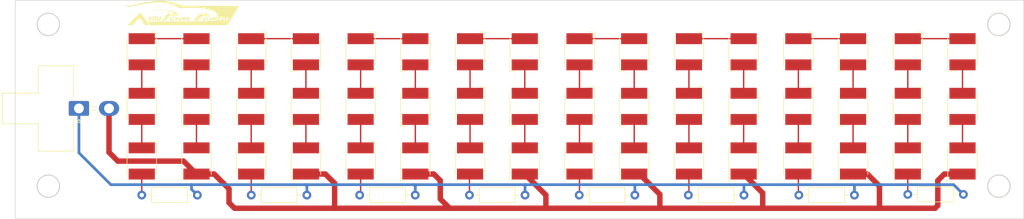
<source format=kicad_pcb>
(kicad_pcb (version 20211014) (generator pcbnew)
  (layers (0 "F.Cu" signal) (31 "B.Cu" signal) (34 "B.Paste" user) (35 "F.Paste" user) (36 "B.SilkS" user "B.Silkscreen") (37 "F.SilkS" user "F.Silkscreen") (38 "B.Mask" user) (39 "F.Mask" user) (44 "Edge.Cuts" user))
  (net 0 "")
  (net 1 "Net-(D1-Pad1)")
  (net 2 "+12V")
  (net 3 "Net-(D2-Pad1)")
  (net 4 "GND")
  (net 5 "Net-(D4-Pad1)")
  (net 6 "Net-(D7-Pad1)")
  (net 7 "Net-(D10-Pad2)")
  (net 8 "Net-(D8-Pad1)")
  (net 9 "Net-(D11-Pad1)")
  (net 10 "Net-(D13-Pad1)")
  (net 11 "Net-(D14-Pad1)")
  (net 12 "Net-(D16-Pad1)")
  (net 13 "Net-(D17-Pad1)")
  (net 14 "Net-(D19-Pad1)")
  (net 15 "Net-(D21-Pad1)")
  (net 16 "Net-(D22-Pad1)")
  (net 17 "Net-(D26-Pad1)")
  (net 18 "Net-(D28-Pad1)")
  (net 19 "Net-(D29-Pad1)")
  (net 20 "Net-(D31-Pad1)")
  (net 21 "Net-(D32-Pad1)")
  (net 22 "Net-(D33-Pad1)")
  (net 23 "Net-(D34-Pad1)")
  (net 24 "Net-(D37-Pad1)")
  (net 25 "Net-(D38-Pad1)")
  (net 26 "Net-(D39-Pad1)")
  (net 27 "Net-(D1-Pad2)")
  (net 28 "Net-(D3-Pad1)")
  (net 29 "Net-(D5-Pad1)")
  (net 30 "Net-(D7-Pad2)")
  (net 31 "Net-(D10-Pad1)")
  (net 32 "Net-(D13-Pad2)")
  (net 33 "Net-(D15-Pad1)")
  (net 34 "Net-(D19-Pad2)")
  (net 35 "Net-(D20-Pad1)")
  (net 36 "Net-(D23-Pad1)")
  (net 37 "Net-(D25-Pad1)")
  (net 38 "Net-(D25-Pad2)")
  (net 39 "Net-(D31-Pad2)")
  (net 40 "Net-(D35-Pad1)")
  (net 41 "Net-(D37-Pad2)")
  (net 42 "Net-(D40-Pad1)")
  (net 43 "Net-(D41-Pad1)")
  (net 44 "Net-(D43-Pad1)")
  (net 45 "Net-(D43-Pad2)")
  (net 46 "Net-(D44-Pad1)")
  (net 47 "Net-(D45-Pad1)")
  (net 48 "Net-(D46-Pad1)")
  (net 49 "Net-(D47-Pad1)")
  (net 50 "Net-(D27-Pad1)")
  (footprint "Resistor_THT:R_Axial_DIN0207_L6.3mm_D2.5mm_P10.16mm_Horizontal" (layer "F.Cu") (at 155.956 97.155)
    (fp_text reference "R5" hide)
    (fp_text value "30" hide)
    (pad "1" thru_hole circle (at 0 0) (size 1.6 1.6) (drill 0.8) (layers *.Cu *.Mask) (net 38 "Net-(D25-Pad2)"))
    (pad "2" thru_hole oval (at 10.16 0) (size 1.6 1.6) (drill 0.8) (layers *.Cu *.Mask) (net 2 "+12V"))
  )
  (footprint "LED_SMD:LED_RGB_5050-6_copy" (layer "F.Cu") (at 146 70.9 90)
    (fp_text reference "D22" hide)
    (fp_text value "LED" hide)
    (pad "1" smd rect (at -2.4 0 180) (size 4.79 2) (layers "F.Cu" "F.Paste" "F.Mask") (net 16 "Net-(D22-Pad1)"))
    (pad "2" smd rect (at 2.4 0 180) (size 4.79 2) (layers "F.Cu" "F.Paste" "F.Mask") (net 15 "Net-(D21-Pad1)"))
  )
  (footprint "LED_SMD:LED_RGB_5050-6_copy" (layer "F.Cu") (at 196 80.9 -90)
    (fp_text reference "D38" hide)
    (fp_text value "LED" hide)
    (pad "1" smd rect (at -2.4 0) (size 4.79 2) (layers "F.Cu" "F.Paste" "F.Mask") (net 25 "Net-(D38-Pad1)"))
    (pad "2" smd rect (at 2.4 0) (size 4.79 2) (layers "F.Cu" "F.Paste" "F.Mask") (net 24 "Net-(D37-Pad1)"))
  )
  (footprint "LED_SMD:LED_RGB_5050-6_copy" (layer "F.Cu") (at 176 90.9 -90)
    (fp_text reference "D31" hide)
    (fp_text value "LED" hide)
    (pad "1" smd rect (at -2.4 0) (size 4.79 2) (layers "F.Cu" "F.Paste" "F.Mask") (net 20 "Net-(D31-Pad1)"))
    (pad "2" smd rect (at 2.4 0) (size 4.79 2) (layers "F.Cu" "F.Paste" "F.Mask") (net 39 "Net-(D31-Pad2)"))
  )
  (footprint "LED_SMD:LED_RGB_5050-6_copy" (layer "F.Cu") (at 116 70.9 -90)
    (fp_text reference "D15" hide)
    (fp_text value "LED" hide)
    (pad "1" smd rect (at -2.4 0) (size 4.79 2) (layers "F.Cu" "F.Paste" "F.Mask") (net 33 "Net-(D15-Pad1)"))
    (pad "2" smd rect (at 2.4 0) (size 4.79 2) (layers "F.Cu" "F.Paste" "F.Mask") (net 11 "Net-(D14-Pad1)"))
  )
  (footprint "LED_SMD:LED_RGB_5050-6_copy" (layer "F.Cu") (at 76 90.9 -90)
    (fp_text reference "D1" hide)
    (fp_text value "LED" hide)
    (pad "1" smd rect (at -2.4 0) (size 4.79 2) (layers "F.Cu" "F.Paste" "F.Mask") (net 1 "Net-(D1-Pad1)"))
    (pad "2" smd rect (at 2.4 0) (size 4.79 2) (layers "F.Cu" "F.Paste" "F.Mask") (net 27 "Net-(D1-Pad2)"))
  )
  (footprint "LED_SMD:LED_RGB_5050-6_copy" (layer "F.Cu") (at 216 90.9 -90)
    (fp_text reference "D43" hide)
    (fp_text value "LED" hide)
    (pad "1" smd rect (at -2.4 0) (size 4.79 2) (layers "F.Cu" "F.Paste" "F.Mask") (net 44 "Net-(D43-Pad1)"))
    (pad "2" smd rect (at 2.4 0) (size 4.79 2) (layers "F.Cu" "F.Paste" "F.Mask") (net 45 "Net-(D43-Pad2)"))
  )
  (footprint "LED_SMD:LED_RGB_5050-6_copy" (layer "F.Cu") (at 166 90.9 90)
    (fp_text reference "D30" hide)
    (fp_text value "LED" hide)
    (pad "1" smd rect (at -2.4 0 180) (size 4.79 2) (layers "F.Cu" "F.Paste" "F.Mask") (net 4 "GND"))
    (pad "2" smd rect (at 2.4 0 180) (size 4.79 2) (layers "F.Cu" "F.Paste" "F.Mask") (net 19 "Net-(D29-Pad1)"))
  )
  (footprint "LED_SMD:LED_RGB_5050-6_copy" (layer "F.Cu") (at 176 80.9 -90)
    (fp_text reference "D32" hide)
    (fp_text value "LED" hide)
    (pad "1" smd rect (at -2.4 0) (size 4.79 2) (layers "F.Cu" "F.Paste" "F.Mask") (net 21 "Net-(D32-Pad1)"))
    (pad "2" smd rect (at 2.4 0) (size 4.79 2) (layers "F.Cu" "F.Paste" "F.Mask") (net 20 "Net-(D31-Pad1)"))
  )
  (footprint "LED_SMD:LED_RGB_5050-6_copy" (layer "F.Cu") (at 86 80.9 90)
    (fp_text reference "D5" hide)
    (fp_text value "LED" hide)
    (pad "1" smd rect (at -2.4 0 180) (size 4.79 2) (layers "F.Cu" "F.Paste" "F.Mask") (net 29 "Net-(D5-Pad1)"))
    (pad "2" smd rect (at 2.4 0 180) (size 4.79 2) (layers "F.Cu" "F.Paste" "F.Mask") (net 5 "Net-(D4-Pad1)"))
  )
  (footprint "LED_SMD:LED_RGB_5050-6_copy" (layer "F.Cu") (at 206 90.9 90)
    (fp_text reference "D42" hide)
    (fp_text value "LED" hide)
    (pad "1" smd rect (at -2.4 0 180) (size 4.79 2) (layers "F.Cu" "F.Paste" "F.Mask") (net 4 "GND"))
    (pad "2" smd rect (at 2.4 0 180) (size 4.79 2) (layers "F.Cu" "F.Paste" "F.Mask") (net 43 "Net-(D41-Pad1)"))
  )
  (footprint "Connector_Molex:Molex_Mini-Fit_Jr_5569-02A1_2x01_P4.20mm_Horizontal" (layer "F.Cu") (at 64.516 81.28 90)
    (fp_text reference "J1" hide)
    (fp_text value "Conn_01x02_FeMale" hide)
    (pad "" np_thru_hole circle (at 4.5 -4.2 90) (size 3.2 3.2) (drill 3.2) (layers *.Cu *.Mask))
    (pad "" np_thru_hole circle (at -4.5 -4.2 90) (size 3.2 3.2) (drill 3.2) (layers *.Cu *.Mask))
    (pad "1" thru_hole roundrect (at 0 0 90) (size 2.7 3.7) (drill 1.8) (layers *.Cu *.Mask) (roundrect_rratio 0.09259296296) (net 2 "+12V"))
    (pad "2" thru_hole oval (at 0 5.5 90) (size 2.7 3.7) (drill 1.8) (layers *.Cu *.Mask) (net 4 "GND"))
  )
  (footprint "LED_SMD:LED_RGB_5050-6_copy" (layer "F.Cu") (at 136 70.9 -90)
    (fp_text reference "D21" hide)
    (fp_text value "LED" hide)
    (pad "1" smd rect (at -2.4 0) (size 4.79 2) (layers "F.Cu" "F.Paste" "F.Mask") (net 15 "Net-(D21-Pad1)"))
    (pad "2" smd rect (at 2.4 0) (size 4.79 2) (layers "F.Cu" "F.Paste" "F.Mask") (net 35 "Net-(D20-Pad1)"))
  )
  (footprint "LED_SMD:LED_RGB_5050-6_copy" (layer "F.Cu") (at 126 70.9 90)
    (fp_text reference "D16" hide)
    (fp_text value "LED" hide)
    (pad "1" smd rect (at -2.4 0 180) (size 4.79 2) (layers "F.Cu" "F.Paste" "F.Mask") (net 12 "Net-(D16-Pad1)"))
    (pad "2" smd rect (at 2.4 0 180) (size 4.79 2) (layers "F.Cu" "F.Paste" "F.Mask") (net 33 "Net-(D15-Pad1)"))
  )
  (footprint "Resistor_THT:R_Axial_DIN0207_L6.3mm_D2.5mm_P10.16mm_Horizontal" (layer "F.Cu") (at 196.088 97.155)
    (fp_text reference "R7" hide)
    (fp_text value "30" hide)
    (pad "1" thru_hole circle (at 0 0) (size 1.6 1.6) (drill 0.8) (layers *.Cu *.Mask) (net 41 "Net-(D37-Pad2)"))
    (pad "2" thru_hole oval (at 10.16 0) (size 1.6 1.6) (drill 0.8) (layers *.Cu *.Mask) (net 2 "+12V"))
  )
  (footprint "LED_SMD:LED_RGB_5050-6_copy" (layer "F.Cu") (at 86 70.9 90)
    (fp_text reference "D4" hide)
    (fp_text value "LED" hide)
    (pad "1" smd rect (at -2.4 0 180) (size 4.79 2) (layers "F.Cu" "F.Paste" "F.Mask") (net 5 "Net-(D4-Pad1)"))
    (pad "2" smd rect (at 2.4 0 180) (size 4.79 2) (layers "F.Cu" "F.Paste" "F.Mask") (net 28 "Net-(D3-Pad1)"))
  )
  (footprint "LED_SMD:LED_RGB_5050-6_copy" (layer "F.Cu") (at 156 80.9 -90)
    (fp_text reference "D26" hide)
    (fp_text value "LED" hide)
    (pad "1" smd rect (at -2.4 0) (size 4.79 2) (layers "F.Cu" "F.Paste" "F.Mask") (net 17 "Net-(D26-Pad1)"))
    (pad "2" smd rect (at 2.4 0) (size 4.79 2) (layers "F.Cu" "F.Paste" "F.Mask") (net 37 "Net-(D25-Pad1)"))
  )
  (footprint "LED_SMD:LED_RGB_5050-6_copy" (layer "F.Cu") (at 146 90.9 90)
    (fp_text reference "D24" hide)
    (fp_text value "LED" hide)
    (pad "1" smd rect (at -2.4 0 180) (size 4.79 2) (layers "F.Cu" "F.Paste" "F.Mask") (net 4 "GND"))
    (pad "2" smd rect (at 2.4 0 180) (size 4.79 2) (layers "F.Cu" "F.Paste" "F.Mask") (net 36 "Net-(D23-Pad1)"))
  )
  (footprint "LED_SMD:LED_RGB_5050-6_copy" (layer "F.Cu") (at 76 70.9 -90)
    (fp_text reference "D3" hide)
    (fp_text value "LED" hide)
    (pad "1" smd rect (at -2.4 0) (size 4.79 2) (layers "F.Cu" "F.Paste" "F.Mask") (net 28 "Net-(D3-Pad1)"))
    (pad "2" smd rect (at 2.4 0) (size 4.79 2) (layers "F.Cu" "F.Paste" "F.Mask") (net 3 "Net-(D2-Pad1)"))
  )
  (footprint "LED_SMD:LED_RGB_5050-6_copy" (layer "F.Cu") (at 116 90.9 -90)
    (fp_text reference "D13" hide)
    (fp_text value "LED" hide)
    (pad "1" smd rect (at -2.4 0) (size 4.79 2) (layers "F.Cu" "F.Paste" "F.Mask") (net 10 "Net-(D13-Pad1)"))
    (pad "2" smd rect (at 2.4 0) (size 4.79 2) (layers "F.Cu" "F.Paste" "F.Mask") (net 32 "Net-(D13-Pad2)"))
  )
  (footprint "Resistor_THT:R_Axial_DIN0207_L6.3mm_D2.5mm_P10.16mm_Horizontal" (layer "F.Cu") (at 175.895 97.155)
    (fp_text reference "R6" hide)
    (fp_text value "30" hide)
    (pad "1" thru_hole circle (at 0 0) (size 1.6 1.6) (drill 0.8) (layers *.Cu *.Mask) (net 39 "Net-(D31-Pad2)"))
    (pad "2" thru_hole oval (at 10.16 0) (size 1.6 1.6) (drill 0.8) (layers *.Cu *.Mask) (net 2 "+12V"))
  )
  (footprint "Resistor_THT:R_Axial_DIN0207_L6.3mm_D2.5mm_P10.16mm_Horizontal" (layer "F.Cu") (at 96.012 97.155)
    (fp_text reference "R2" hide)
    (fp_text value "30" hide)
    (pad "1" thru_hole circle (at 0 0) (size 1.6 1.6) (drill 0.8) (layers *.Cu *.Mask) (net 30 "Net-(D7-Pad2)"))
    (pad "2" thru_hole oval (at 10.16 0) (size 1.6 1.6) (drill 0.8) (layers *.Cu *.Mask) (net 2 "+12V"))
  )
  (footprint "LED_SMD:LED_RGB_5050-6_copy" (layer "F.Cu") (at 106 90.9 90)
    (fp_text reference "D12" hide)
    (fp_text value "LED" hide)
    (pad "1" smd rect (at -2.4 0 180) (size 4.79 2) (layers "F.Cu" "F.Paste" "F.Mask") (net 4 "GND"))
    (pad "2" smd rect (at 2.4 0 180) (size 4.79 2) (layers "F.Cu" "F.Paste" "F.Mask") (net 9 "Net-(D11-Pad1)"))
  )
  (footprint "Resistor_THT:R_Axial_DIN0207_L6.3mm_D2.5mm_P10.16mm_Horizontal" (layer "F.Cu") (at 135.89 97.155)
    (fp_text reference "R4" hide)
    (fp_text value "30" hide)
    (pad "1" thru_hole circle (at 0 0) (size 1.6 1.6) (drill 0.8) (layers *.Cu *.Mask) (net 34 "Net-(D19-Pad2)"))
    (pad "2" thru_hole oval (at 10.16 0) (size 1.6 1.6) (drill 0.8) (layers *.Cu *.Mask) (net 2 "+12V"))
  )
  (footprint "LED_SMD:LED_RGB_5050-6_copy" (layer "F.Cu") (at 206 70.9 90)
    (fp_text reference "D40" hide)
    (fp_text value "LED" hide)
    (pad "1" smd rect (at -2.4 0 180) (size 4.79 2) (layers "F.Cu" "F.Paste" "F.Mask") (net 42 "Net-(D40-Pad1)"))
    (pad "2" smd rect (at 2.4 0 180) (size 4.79 2) (layers "F.Cu" "F.Paste" "F.Mask") (net 26 "Net-(D39-Pad1)"))
  )
  (footprint "LED_SMD:LED_RGB_5050-6_copy" (layer "F.Cu") (at 206 80.9 90)
    (fp_text reference "D41" hide)
    (fp_text value "LED" hide)
    (pad "1" smd rect (at -2.4 0 180) (size 4.79 2) (layers "F.Cu" "F.Paste" "F.Mask") (net 43 "Net-(D41-Pad1)"))
    (pad "2" smd rect (at 2.4 0 180) (size 4.79 2) (layers "F.Cu" "F.Paste" "F.Mask") (net 42 "Net-(D40-Pad1)"))
  )
  (footprint "LED_SMD:LED_RGB_5050-6_copy" (layer "F.Cu") (at 216 80.9 -90)
    (fp_text reference "D44" hide)
    (fp_text value "LED" hide)
    (pad "1" smd rect (at -2.4 0) (size 4.79 2) (layers "F.Cu" "F.Paste" "F.Mask") (net 46 "Net-(D44-Pad1)"))
    (pad "2" smd rect (at 2.4 0) (size 4.79 2) (layers "F.Cu" "F.Paste" "F.Mask") (net 44 "Net-(D43-Pad1)"))
  )
  (footprint "LED_SMD:LED_RGB_5050-6_copy" (layer "F.Cu") (at 176 70.9 -90)
    (fp_text reference "D33" hide)
    (fp_text value "LED" hide)
    (pad "1" smd rect (at -2.4 0) (size 4.79 2) (layers "F.Cu" "F.Paste" "F.Mask") (net 22 "Net-(D33-Pad1)"))
    (pad "2" smd rect (at 2.4 0) (size 4.79 2) (layers "F.Cu" "F.Paste" "F.Mask") (net 21 "Net-(D32-Pad1)"))
  )
  (footprint "LED_SMD:LED_RGB_5050-6_copy" (layer "F.Cu") (at 186 90.9 90)
    (fp_text reference "D36" hide)
    (fp_text value "LED" hide)
    (pad "1" smd rect (at -2.4 0 180) (size 4.79 2) (layers "F.Cu" "F.Paste" "F.Mask") (net 4 "GND"))
    (pad "2" smd rect (at 2.4 0 180) (size 4.79 2) (layers "F.Cu" "F.Paste" "F.Mask") (net 40 "Net-(D35-Pad1)"))
  )
  (footprint "LED_SMD:LED_RGB_5050-6_copy" (layer "F.Cu") (at 126 90.9 90)
    (fp_text reference "D18" hide)
    (fp_text value "LED" hide)
    (pad "1" smd rect (at -2.4 0 180) (size 4.79 2) (layers "F.Cu" "F.Paste" "F.Mask") (net 4 "GND"))
    (pad "2" smd rect (at 2.4 0 180) (size 4.79 2) (layers "F.Cu" "F.Paste" "F.Mask") (net 13 "Net-(D17-Pad1)"))
  )
  (footprint "LED_SMD:LED_RGB_5050-6_copy" (layer "F.Cu") (at 126 80.9 90)
    (fp_text reference "D17" hide)
    (fp_text value "LED" hide)
    (pad "1" smd rect (at -2.4 0 180) (size 4.79 2) (layers "F.Cu" "F.Paste" "F.Mask") (net 13 "Net-(D17-Pad1)"))
    (pad "2" smd rect (at 2.4 0 180) (size 4.79 2) (layers "F.Cu" "F.Paste" "F.Mask") (net 12 "Net-(D16-Pad1)"))
  )
  (footprint "LED_SMD:LED_RGB_5050-6_copy" (layer "F.Cu") (at 96 80.9 -90)
    (fp_text reference "D8" hide)
    (fp_text value "LED" hide)
    (pad "1" smd rect (at -2.4 0) (size 4.79 2) (layers "F.Cu" "F.Paste" "F.Mask") (net 8 "Net-(D8-Pad1)"))
    (pad "2" smd rect (at 2.4 0) (size 4.79 2) (layers "F.Cu" "F.Paste" "F.Mask") (net 6 "Net-(D7-Pad1)"))
  )
  (footprint "LED_SMD:LED_RGB_5050-6_copy" (layer "F.Cu") (at 96 70.9 -90)
    (fp_text reference "D9" hide)
    (fp_text value "LED" hide)
    (pad "1" smd rect (at -2.4 0) (size 4.79 2) (layers "F.Cu" "F.Paste" "F.Mask") (net 7 "Net-(D10-Pad2)"))
    (pad "2" smd rect (at 2.4 0) (size 4.79 2) (layers "F.Cu" "F.Paste" "F.Mask") (net 8 "Net-(D8-Pad1)"))
  )
  (footprint "LED_SMD:LED_RGB_5050-6_copy" (layer "F.Cu") (at 166 80.9 90)
    (fp_text reference "D29" hide)
    (fp_text value "LED" hide)
    (pad "1" smd rect (at -2.4 0 180) (size 4.79 2) (layers "F.Cu" "F.Paste" "F.Mask") (net 19 "Net-(D29-Pad1)"))
    (pad "2" smd rect (at 2.4 0 180) (size 4.79 2) (layers "F.Cu" "F.Paste" "F.Mask") (net 18 "Net-(D28-Pad1)"))
  )
  (footprint "Resistor_THT:R_Axial_DIN0207_L6.3mm_D2.5mm_P10.16mm_Horizontal" (layer "F.Cu") (at 76 97.155)
    (fp_text reference "R1" hide)
    (fp_text value "30" hide)
    (pad "1" thru_hole circle (at 0 0) (size 1.6 1.6) (drill 0.8) (layers *.Cu *.Mask) (net 27 "Net-(D1-Pad2)"))
    (pad "2" thru_hole oval (at 10.16 0) (size 1.6 1.6) (drill 0.8) (layers *.Cu *.Mask) (net 2 "+12V"))
  )
  (footprint "Resistor_THT:R_Axial_DIN0207_L6.3mm_D2.5mm_P10.16mm_Horizontal" (layer "F.Cu") (at 115.824 97.155)
    (fp_text reference "R3" hide)
    (fp_text value "30" hide)
    (pad "1" thru_hole circle (at 0 0) (size 1.6 1.6) (drill 0.8) (layers *.Cu *.Mask) (net 32 "Net-(D13-Pad2)"))
    (pad "2" thru_hole oval (at 10.16 0) (size 1.6 1.6) (drill 0.8) (layers *.Cu *.Mask) (net 2 "+12V"))
  )
  (footprint "LED_SMD:LED_RGB_5050-6_copy" (layer "F.Cu") (at 196 70.9 -90)
    (fp_text reference "D39" hide)
    (fp_text value "LED" hide)
    (pad "1" smd rect (at -2.4 0) (size 4.79 2) (layers "F.Cu" "F.Paste" "F.Mask") (net 26 "Net-(D39-Pad1)"))
    (pad "2" smd rect (at 2.4 0) (size 4.79 2) (layers "F.Cu" "F.Paste" "F.Mask") (net 25 "Net-(D38-Pad1)"))
  )
  (footprint "LED_SMD:LED_RGB_5050-6_copy" (layer "F.Cu") (at 116 80.9 -90)
    (fp_text reference "D14" hide)
    (fp_text value "LED" hide)
    (pad "1" smd rect (at -2.4 0) (size 4.79 2) (layers "F.Cu" "F.Paste" "F.Mask") (net 11 "Net-(D14-Pad1)"))
    (pad "2" smd rect (at 2.4 0) (size 4.79 2) (layers "F.Cu" "F.Paste" "F.Mask") (net 10 "Net-(D13-Pad1)"))
  )
  (footprint "LED_SMD:LED_RGB_5050-6_copy" (layer "F.Cu") (at 156 90.9 -90)
    (fp_text reference "D25" hide)
    (fp_text value "LED" hide)
    (pad "1" smd rect (at -2.4 0) (size 4.79 2) (layers "F.Cu" "F.Paste" "F.Mask") (net 37 "Net-(D25-Pad1)"))
    (pad "2" smd rect (at 2.4 0) (size 4.79 2) (layers "F.Cu" "F.Paste" "F.Mask") (net 38 "Net-(D25-Pad2)"))
  )
  (footprint "LED_SMD:LED_RGB_5050-6_copy" (layer "F.Cu") (at 166 70.9 90)
    (fp_text reference "D28" hide)
    (fp_text value "LED" hide)
    (pad "1" smd rect (at -2.4 0 180) (size 4.79 2) (layers "F.Cu" "F.Paste" "F.Mask") (net 18 "Net-(D28-Pad1)"))
    (pad "2" smd rect (at 2.4 0 180) (size 4.79 2) (layers "F.Cu" "F.Paste" "F.Mask") (net 50 "Net-(D27-Pad1)"))
  )
  (footprint "LED_SMD:LED_RGB_5050-6_copy" (layer "F.Cu") (at 146 80.9 90)
    (fp_text reference "D23" hide)
    (fp_text value "LED" hide)
    (pad "1" smd rect (at -2.4 0 180) (size 4.79 2) (layers "F.Cu" "F.Paste" "F.Mask") (net 36 "Net-(D23-Pad1)"))
    (pad "2" smd rect (at 2.4 0 180) (size 4.79 2) (layers "F.Cu" "F.Paste" "F.Mask") (net 16 "Net-(D22-Pad1)"))
  )
  (footprint "Resistor_THT:R_Axial_DIN0207_L6.3mm_D2.5mm_P10.16mm_Horizontal" (layer "F.Cu") (at 216 97.028)
    (fp_text reference "R8" hide)
    (fp_text value "30" hide)
    (pad "1" thru_hole circle (at 0 0) (size 1.6 1.6) (drill 0.8) (layers *.Cu *.Mask) (net 45 "Net-(D43-Pad2)"))
    (pad "2" thru_hole oval (at 10.16 0) (size 1.6 1.6) (drill 0.8) (layers *.Cu *.Mask) (net 2 "+12V"))
  )
  (footprint "LED_SMD:LED_RGB_5050-6_copy" (layer "F.Cu") (at 106 80.9 90)
    (fp_text reference "D11" hide)
    (fp_text value "LED" hide)
    (pad "1" smd rect (at -2.4 0 180) (size 4.79 2) (layers "F.Cu" "F.Paste" "F.Mask") (net 9 "Net-(D11-Pad1)"))
    (pad "2" smd rect (at 2.4 0 180) (size 4.79 2) (layers "F.Cu" "F.Paste" "F.Mask") (net 31 "Net-(D10-Pad1)"))
  )
  (footprint "LED_SMD:LED_RGB_5050-6_copy" (layer "F.Cu") (at 186 80.9 90)
    (fp_text reference "D35" hide)
    (fp_text value "LED" hide)
    (pad "1" smd rect (at -2.4 0 180) (size 4.79 2) (layers "F.Cu" "F.Paste" "F.Mask") (net 40 "Net-(D35-Pad1)"))
    (pad "2" smd rect (at 2.4 0 180) (size 4.79 2) (layers "F.Cu" "F.Paste" "F.Mask") (net 23 "Net-(D34-Pad1)"))
  )
  (footprint "LED_SMD:LED_RGB_5050-6_copy" (layer "F.Cu") (at 156 70.9 -90)
    (fp_text reference "D27" hide)
    (fp_text value "LED" hide)
    (pad "1" smd rect (at -2.4 0) (size 4.79 2) (layers "F.Cu" "F.Paste" "F.Mask") (net 50 "Net-(D27-Pad1)"))
    (pad "2" smd rect (at 2.4 0) (size 4.79 2) (layers "F.Cu" "F.Paste" "F.Mask") (net 17 "Net-(D26-Pad1)"))
  )
  (footprint "LED_SMD:LED_RGB_5050-6_copy" (layer "F.Cu") (at 186 70.9 90)
    (fp_text reference "D34" hide)
    (fp_text value "LED" hide)
    (pad "1" smd rect (at -2.4 0 180) (size 4.79 2) (layers "F.Cu" "F.Paste" "F.Mask") (net 23 "Net-(D34-Pad1)"))
    (pad "2" smd rect (at 2.4 0 180) (size 4.79 2) (layers "F.Cu" "F.Paste" "F.Mask") (net 22 "Net-(D33-Pad1)"))
  )
  (footprint "LED_SMD:LED_RGB_5050-6_copy" (layer "F.Cu") (at 216 70.9 -90)
    (fp_text reference "D45" hide)
    (fp_text value "LED" hide)
    (pad "1" smd rect (at -2.4 0) (size 4.79 2) (layers "F.Cu" "F.Paste" "F.Mask") (net 47 "Net-(D45-Pad1)"))
    (pad "2" smd rect (at 2.4 0) (size 4.79 2) (layers "F.Cu" "F.Paste" "F.Mask") (net 46 "Net-(D44-Pad1)"))
  )
  (footprint "LED_SMD:LED_RGB_5050-6_copy" (layer "F.Cu") (at 96 90.9 -90)
    (fp_text reference "D7" hide)
    (fp_text value "LED" hide)
    (pad "1" smd rect (at -2.4 0) (size 4.79 2) (layers "F.Cu" "F.Paste" "F.Mask") (net 6 "Net-(D7-Pad1)"))
    (pad "2" smd rect (at 2.4 0) (size 4.79 2) (layers "F.Cu" "F.Paste" "F.Mask") (net 30 "Net-(D7-Pad2)"))
  )
  (footprint "LED_SMD:LED_RGB_5050-6_copy" (layer "F.Cu") (at 136 90.9 -90)
    (fp_text reference "D19" hide)
    (fp_text value "LED" hide)
    (pad "1" smd rect (at -2.4 0) (size 4.79 2) (layers "F.Cu" "F.Paste" "F.Mask") (net 14 "Net-(D19-Pad1)"))
    (pad "2" smd rect (at 2.4 0) (size 4.79 2) (layers "F.Cu" "F.Paste" "F.Mask") (net 34 "Net-(D19-Pad2)"))
  )
  (footprint "LED_SMD:LED_RGB_5050-6_copy" (layer "F.Cu") (at 226 70.9 90)
    (fp_text reference "D46" hide)
    (fp_text value "LED" hide)
    (pad "1" smd rect (at -2.4 0 180) (size 4.79 2) (layers "F.Cu" "F.Paste" "F.Mask") (net 48 "Net-(D46-Pad1)"))
    (pad "2" smd rect (at 2.4 0 180) (size 4.79 2) (layers "F.Cu" "F.Paste" "F.Mask") (net 47 "Net-(D45-Pad1)"))
  )
  (footprint "LED_SMD:LED_RGB_5050-6_copy" (layer "F.Cu") (at 226 80.9 90)
    (fp_text reference "D47" hide)
    (fp_text value "LED" hide)
    (pad "1" smd rect (at -2.4 0 180) (size 4.79 2) (layers "F.Cu" "F.Paste" "F.Mask") (net 49 "Net-(D47-Pad1)"))
    (pad "2" smd rect (at 2.4 0 180) (size 4.79 2) (layers "F.Cu" "F.Paste" "F.Mask") (net 48 "Net-(D46-Pad1)"))
  )
  (footprint "LED_SMD:LED_RGB_5050-6_copy" (layer "F.Cu") (at 106 70.9 90)
    (fp_text reference "D10" hide)
    (fp_text value "LED" hide)
    (pad "1" smd rect (at -2.4 0 180) (size 4.79 2) (layers "F.Cu" "F.Paste" "F.Mask") (net 31 "Net-(D10-Pad1)"))
    (pad "2" smd rect (at 2.4 0 180) (size 4.79 2) (layers "F.Cu" "F.Paste" "F.Mask") (net 7 "Net-(D10-Pad2)"))
  )
  (footprint "LED_SMD:LED_RGB_5050-6_copy" (layer "F.Cu") (at 196 90.9 -90)
    (fp_text reference "D37" hide)
    (fp_text value "LED" hide)
    (pad "1" smd rect (at -2.4 0) (size 4.79 2) (layers "F.Cu" "F.Paste" "F.Mask") (net 24 "Net-(D37-Pad1)"))
    (pad "2" smd rect (at 2.4 0) (size 4.79 2) (layers "F.Cu" "F.Paste" "F.Mask") (net 41 "Net-(D37-Pad2)"))
  )
  (footprint "LED_SMD:LED_RGB_5050-6_copy" (layer "F.Cu") (at 136 80.9 -90)
    (fp_text reference "D20" hide)
    (fp_text value "LED" hide)
    (pad "1" smd rect (at -2.4 0) (size 4.79 2) (layers "F.Cu" "F.Paste" "F.Mask") (net 35 "Net-(D20-Pad1)"))
    (pad "2" smd rect (at 2.4 0) (size 4.79 2) (layers "F.Cu" "F.Paste" "F.Mask") (net 14 "Net-(D19-Pad1)"))
  )
  (footprint "LED_SMD:LED_RGB_5050-6_copy" (layer "F.Cu") (at 76 80.9 -90)
    (fp_text reference "D2" hide)
    (fp_text value "LED" hide)
    (pad "1" smd rect (at -2.4 0) (size 4.79 2) (layers "F.Cu" "F.Paste" "F.Mask") (net 3 "Net-(D2-Pad1)"))
    (pad "2" smd rect (at 2.4 0) (size 4.79 2) (layers "F.Cu" "F.Paste" "F.Mask") (net 1 "Net-(D1-Pad1)"))
  )
  (footprint "LED_SMD:LED_RGB_5050-6_copy" (layer "F.Cu") (at 226 90.9 90)
    (fp_text reference "D48" hide)
    (fp_text value "LED" hide)
    (pad "1" smd rect (at -2.4 0 180) (size 4.79 2) (layers "F.Cu" "F.Paste" "F.Mask") (net 4 "GND"))
    (pad "2" smd rect (at 2.4 0 180) (size 4.79 2) (layers "F.Cu" "F.Paste" "F.Mask") (net 49 "Net-(D47-Pad1)"))
  )
  (footprint "clipboard:bf078263-bd62-418a-b936-95124366838e" (layer "F.Cu") (at 74.295 66.04)
    (fp_text reference "A-FA" hide)
    (fp_text value "" (at 0 0) (layer "F.SilkS") (effects (font (size 1.27 1.27))))
  )
  (footprint "LED_SMD:LED_RGB_5050-6_copy" (layer "F.Cu") (at 86 90.9 90)
    (fp_text reference "D6" hide)
    (fp_text value "LED" hide)
    (pad "1" smd rect (at -2.4 0 180) (size 4.79 2) (layers "F.Cu" "F.Paste" "F.Mask") (net 4 "GND"))
    (pad "2" smd rect (at 2.4 0 180) (size 4.79 2) (layers "F.Cu" "F.Paste" "F.Mask") (net 29 "Net-(D5-Pad1)"))
  )
  (gr_rect (start 52.875 61.468) (end 237.193 101.468) (layer "Edge.Cuts") (width 0.1) (fill none))
  (gr_circle (center 58.928 65.895) (end 60.978 65.895) (layer "Edge.Cuts") (width 0.2) (fill none))
  (gr_circle (center 232.646 65.895) (end 234.696 65.895) (layer "Edge.Cuts") (width 0.2) (fill none))
  (gr_circle (center 232.646 95.522) (end 234.696 95.522) (layer "Edge.Cuts") (width 0.2) (fill none))
  (gr_circle (center 58.928 95.522) (end 60.978 95.522) (layer "Edge.Cuts") (width 0.2) (fill none))
  (segment (start 76 88.5) (end 76 88.9) (width 0.25) (layer "F.Cu") (net 1))
  (segment (start 76 88.5) (end 76 83.3) (width 0.25) (layer "F.Cu") (net 1))
  (segment (start 186.182 95.25) (end 205.994 95.25) (width 0.5) (layer "B.Cu") (net 2))
  (segment (start 146.05 95.25) (end 165.862 95.25) (width 0.5) (layer "B.Cu") (net 2))
  (segment (start 166.116 95.504) (end 165.862 95.25) (width 0.25) (layer "B.Cu") (net 2))
  (segment (start 125.984 95.504) (end 125.984 97.155) (width 0.5) (layer "B.Cu") (net 2))
  (segment (start 186.055 97.155) (end 186.055 95.377) (width 0.5) (layer "B.Cu") (net 2))
  (segment (start 105.918 95.25) (end 106.172 95.504) (width 0.5) (layer "B.Cu") (net 2))
  (segment (start 206.248 97.155) (end 206.248 95.504) (width 0.5) (layer "B.Cu") (net 2))
  (segment (start 165.862 95.25) (end 186.182 95.25) (width 0.5) (layer "B.Cu") (net 2))
  (segment (start 85.09 95.25) (end 70.358 95.25) (width 0.5) (layer "B.Cu") (net 2))
  (segment (start 70.358 95.25) (end 64.516 89.408) (width 0.5) (layer "B.Cu") (net 2))
  (segment (start 85.09 96.085) (end 86.16 97.155) (width 0.5) (layer "B.Cu") (net 2))
  (segment (start 125.73 95.25) (end 125.984 95.504) (width 0.5) (layer "B.Cu") (net 2))
  (segment (start 106.172 95.504) (end 106.172 97.155) (width 0.5) (layer "B.Cu") (net 2))
  (segment (start 85.09 95.25) (end 105.918 95.25) (width 0.5) (layer "B.Cu") (net 2))
  (segment (start 205.994 95.25) (end 224.382 95.25) (width 0.5) (layer "B.Cu") (net 2))
  (segment (start 166.116 97.155) (end 166.116 95.504) (width 0.5) (layer "B.Cu") (net 2))
  (segment (start 105.918 95.25) (end 125.73 95.25) (width 0.5) (layer "B.Cu") (net 2))
  (segment (start 206.248 95.504) (end 205.994 95.25) (width 0.25) (layer "B.Cu") (net 2))
  (segment (start 85.09 95.25) (end 85.09 96.085) (width 0.5) (layer "B.Cu") (net 2))
  (segment (start 186.055 95.377) (end 186.182 95.25) (width 0.25) (layer "B.Cu") (net 2))
  (segment (start 224.382 95.25) (end 226.16 97.028) (width 0.5) (layer "B.Cu") (net 2))
  (segment (start 125.73 95.25) (end 146.05 95.25) (width 0.5) (layer "B.Cu") (net 2))
  (segment (start 64.516 89.408) (end 64.516 81.28) (width 0.5) (layer "B.Cu") (net 2))
  (segment (start 146.05 97.155) (end 146.05 95.25) (width 0.5) (layer "B.Cu") (net 2))
  (segment (start 76 78.5) (end 76 73.3) (width 0.25) (layer "F.Cu") (net 3))
  (segment (start 222.676 93.3) (end 226 93.3) (width 1) (layer "F.Cu") (net 4))
  (segment (start 86 93.3) (end 83.632 90.932) (width 1) (layer "F.Cu") (net 4))
  (segment (start 170.688 97.028) (end 170.688 99.568) (width 1) (layer "F.Cu") (net 4))
  (segment (start 166.96 93.3) (end 170.688 97.028) (width 1) (layer "F.Cu") (net 4))
  (segment (start 70.016 89.32) (end 70.016 81.28) (width 1) (layer "F.Cu") (net 4))
  (segment (start 189.484 96.784) (end 189.484 99.568) (width 1) (layer "F.Cu") (net 4))
  (segment (start 89.236 93.3) (end 91.948 96.012) (width 1) (layer "F.Cu") (net 4))
  (segment (start 146 93.3) (end 147.656 93.3) (width 0.25) (layer "F.Cu") (net 4))
  (segment (start 189.484 99.568) (end 210.82 99.568) (width 1) (layer "F.Cu") (net 4))
  (segment (start 91.948 98.552) (end 92.964 99.568) (width 1) (layer "F.Cu") (net 4))
  (segment (start 83.632 90.932) (end 71.628 90.932) (width 1) (layer "F.Cu") (net 4))
  (segment (start 149.86 99.568) (end 170.688 99.568) (width 1) (layer "F.Cu") (net 4))
  (segment (start 132.08 99.568) (end 149.86 99.568) (width 1) (layer "F.Cu") (net 4))
  (segment (start 166 93.3) (end 166.96 93.3) (width 0.25) (layer "F.Cu") (net 4))
  (segment (start 220.98 99.568) (end 221.488 99.06) (width 1) (layer "F.Cu") (net 4))
  (segment (start 170.688 99.568) (end 189.484 99.568) (width 1) (layer "F.Cu") (net 4))
  (segment (start 130.556 94.488) (end 129.368 93.3) (width 1) (layer "F.Cu") (net 4))
  (segment (start 206 93.3) (end 208.616 93.3) (width 1) (layer "F.Cu") (net 4))
  (segment (start 132.08 99.568) (end 132.08 99.38) (width 1) (layer "F.Cu") (net 4))
  (segment (start 109.556 93.3) (end 106 93.3) (width 1) (layer "F.Cu") (net 4))
  (segment (start 130.556 97.856) (end 130.556 94.488) (width 1) (layer "F.Cu") (net 4))
  (segment (start 221.488 94.488) (end 222.676 93.3) (width 1) (layer "F.Cu") (net 4))
  (segment (start 91.948 96.012) (end 91.948 98.552) (width 1) (layer "F.Cu") (net 4))
  (segment (start 221.488 99.06) (end 221.488 94.488) (width 1) (layer "F.Cu") (net 4))
  (segment (start 149.86 97.16) (end 146 93.3) (width 1) (layer "F.Cu") (net 4))
  (segment (start 86 93.3) (end 89.236 93.3) (width 1) (layer "F.Cu") (net 4))
  (segment (start 92.964 99.568) (end 111.252 99.568) (width 1) (layer "F.Cu") (net 4))
  (segment (start 111.252 99.568) (end 111.252 94.996) (width 1) (layer "F.Cu") (net 4))
  (segment (start 71.628 90.932) (end 70.016 89.32) (width 1) (layer "F.Cu") (net 4))
  (segment (start 210.82 99.568) (end 220.98 99.568) (width 1) (layer "F.Cu") (net 4))
  (segment (start 189.484 96.784) (end 186 93.3) (width 1) (layer "F.Cu") (net 4))
  (segment (start 208.616 93.3) (end 210.82 95.504) (width 1) (layer "F.Cu") (net 4))
  (segment (start 111.252 99.568) (end 132.08 99.568) (width 1) (layer "F.Cu") (net 4))
  (segment (start 149.86 99.568) (end 149.86 97.16) (width 1) (layer "F.Cu") (net 4))
  (segment (start 129.368 93.3) (end 126 93.3) (width 1) (layer "F.Cu") (net 4))
  (segment (start 132.08 99.38) (end 130.556 97.856) (width 1) (layer "F.Cu") (net 4))
  (segment (start 210.82 95.504) (end 210.82 99.568) (width 1) (layer "F.Cu") (net 4))
  (segment (start 111.252 94.996) (end 109.556 93.3) (width 1) (layer "F.Cu") (net 4))
  (segment (start 86 73.3) (end 86 78.5) (width 0.25) (layer "F.Cu") (net 5))
  (segment (start 96 88.5) (end 96 83.3) (width 0.25) (layer "F.Cu") (net 6))
  (segment (start 96 68.5) (end 106 68.5) (width 0.25) (layer "F.Cu") (net 7))
  (segment (start 96 78.5) (end 96 73.3) (width 0.25) (layer "F.Cu") (net 8))
  (segment (start 106 83.3) (end 106 88.5) (width 0.25) (layer "F.Cu") (net 9))
  (segment (start 116 88.5) (end 116 83.3) (width 0.25) (layer "F.Cu") (net 10))
  (segment (start 116 78.5) (end 116 73.3) (width 0.25) (layer "F.Cu") (net 11))
  (segment (start 126 73.3) (end 126 78.5) (width 0.25) (layer "F.Cu") (net 12))
  (segment (start 126 83.3) (end 126 88.5) (width 0.25) (layer "F.Cu") (net 13))
  (segment (start 136 88.5) (end 136 83.3) (width 0.25) (layer "F.Cu") (net 14))
  (segment (start 136 68.5) (end 146 68.5) (width 0.25) (layer "F.Cu") (net 15))
  (segment (start 146 73.3) (end 146 78.5) (width 0.25) (layer "F.Cu") (net 16))
  (segment (start 156 78.5) (end 156 73.3) (width 0.25) (layer "F.Cu") (net 17))
  (segment (start 166 73.3) (end 166 78.5) (width 0.25) (layer "F.Cu") (net 18))
  (segment (start 166 83.3) (end 166 88.5) (width 0.25) (layer "F.Cu") (net 19))
  (segment (start 176 88.5) (end 176 83.3) (width 0.25) (layer "F.Cu") (net 20))
  (segment (start 176 78.5) (end 176 73.3) (width 0.25) (layer "F.Cu") (net 21))
  (segment (start 176 68.5) (end 186 68.5) (width 0.25) (layer "F.Cu") (net 22))
  (segment (start 186 73.3) (end 186 78.5) (width 0.25) (layer "F.Cu") (net 23))
  (segment (start 196 88.5) (end 196 83.3) (width 0.25) (layer "F.Cu") (net 24))
  (segment (start 196 78.5) (end 196 73.3) (width 0.25) (layer "F.Cu") (net 25))
  (segment (start 196 68.5) (end 206 68.5) (width 0.25) (layer "F.Cu") (net 26))
  (segment (start 76 93.3) (end 76 97.155) (width 0.25) (layer "F.Cu") (net 27))
  (segment (start 76 68.5) (end 86 68.5) (width 0.25) (layer "F.Cu") (net 28))
  (segment (start 86 83.3) (end 86 88.5) (width 0.25) (layer "F.Cu") (net 29))
  (segment (start 96 97.143) (end 96.012 97.155) (width 0.25) (layer "F.Cu") (net 30))
  (segment (start 95.807142 93.492858) (end 96 93.3) (width 0.25) (layer "F.Cu") (net 30))
  (segment (start 96 93.3) (end 96 97.143) (width 0.25) (layer "F.Cu") (net 30))
  (segment (start 106 73.3) (end 106 78.5) (width 0.25) (layer "F.Cu") (net 31))
  (segment (start 115.614284 93.685716) (end 116 93.3) (width 0.25) (layer "F.Cu") (net 32))
  (segment (start 116 96.979) (end 115.824 97.155) (width 0.25) (layer "F.Cu") (net 32))
  (segment (start 116 93.3) (end 116 96.979) (width 0.25) (layer "F.Cu") (net 32))
  (segment (start 116 68.5) (end 126 68.5) (width 0.25) (layer "F.Cu") (net 33))
  (segment (start 135.89 97.155) (end 135.89 93.41) (width 0.25) (layer "F.Cu") (net 34))
  (segment (start 135.89 93.41) (end 136 93.3) (width 0.25) (layer "F.Cu") (net 34))
  (segment (start 136 78.5) (end 136 73.3) (width 0.25) (layer "F.Cu") (net 35))
  (segment (start 146 83.3) (end 146 88.5) (width 0.25) (layer "F.Cu") (net 36))
  (segment (start 156 88.5) (end 156 83.3) (width 0.25) (layer "F.Cu") (net 37))
  (segment (start 156 93.3) (end 155.6 93.3) (width 0.25) (layer "F.Cu") (net 38))
  (segment (start 156 97.111) (end 155.956 97.155) (width 0.25) (layer "F.Cu") (net 38))
  (segment (start 155.6 93.3) (end 155.15 93.75) (width 0.25) (layer "F.Cu") (net 38))
  (segment (start 156 93.3) (end 156 97.111) (width 0.25) (layer "F.Cu") (net 38))
  (segment (start 176 93.3) (end 176 97.05) (width 0.25) (layer "F.Cu") (net 39))
  (segment (start 176 97.05) (end 175.895 97.155) (width 0.25) (layer "F.Cu") (net 39))
  (segment (start 186 83.3) (end 186 88.5) (width 0.25) (layer "F.Cu") (net 40))
  (segment (start 196 97.067) (end 196.088 97.155) (width 0.25) (layer "F.Cu") (net 41))
  (segment (start 196 93.3) (end 196 97.067) (width 0.25) (layer "F.Cu") (net 41))
  (segment (start 206 73.3) (end 206 78.5) (width 0.25) (layer "F.Cu") (net 42))
  (segment (start 206 83.3) (end 206 88.5) (width 0.25) (layer "F.Cu") (net 43))
  (segment (start 216 88.5) (end 216 83.3) (width 0.25) (layer "F.Cu") (net 44))
  (segment (start 216 93.3) (end 216 97.028) (width 0.25) (layer "F.Cu") (net 45))
  (segment (start 216 78.5) (end 216 73.3) (width 0.25) (layer "F.Cu") (net 46))
  (segment (start 216 68.5) (end 226 68.5) (width 0.25) (layer "F.Cu") (net 47))
  (segment (start 226 73.3) (end 226 78.5) (width 0.25) (layer "F.Cu") (net 48))
  (segment (start 226 83.3) (end 226 88.5) (width 0.25) (layer "F.Cu") (net 49))
  (segment (start 156 68.5) (end 166 68.5) (width 0.25) (layer "F.Cu") (net 50))
)
</source>
